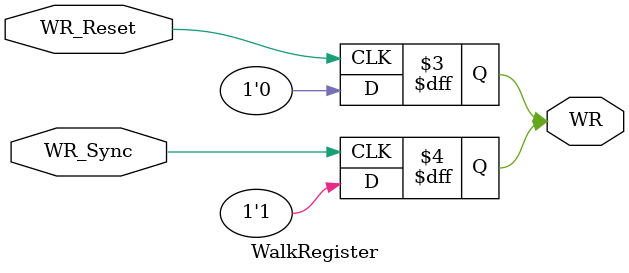
<source format=v>
`timescale 1ns / 1ps
module WalkRegister(
    input WR_Sync,
    input WR_Reset,
    output reg WR
    );
	 
	 always@(posedge WR_Sync)  WR = 1;
	 always@(posedge WR_Reset) WR = 0;
	 
	 


endmodule

</source>
